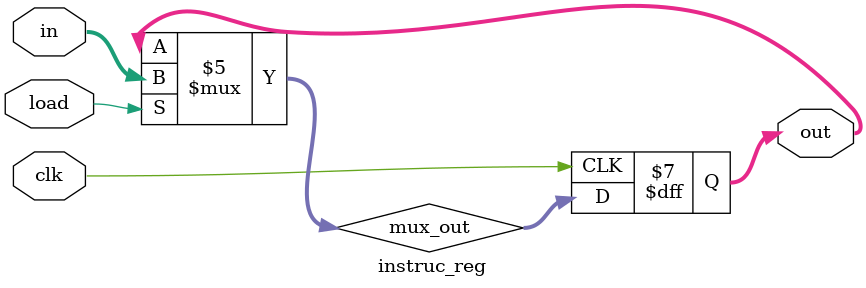
<source format=v>
module instruc_reg(clk, in, load, out);
    input [15:0] in;
    input load, clk;
    
    output [15:0] out;

    reg [15:0] out;
    reg [15:0] mux_out;

    // Checking whether we should update current data with input
    always @* begin
        if (load == 1'b0)
            mux_out = out;
        else
            mux_out = in;
    end

    // Outputting the data on the rising edge of the clock
    always @(posedge clk) begin
        out = mux_out;
    end
endmodule

</source>
